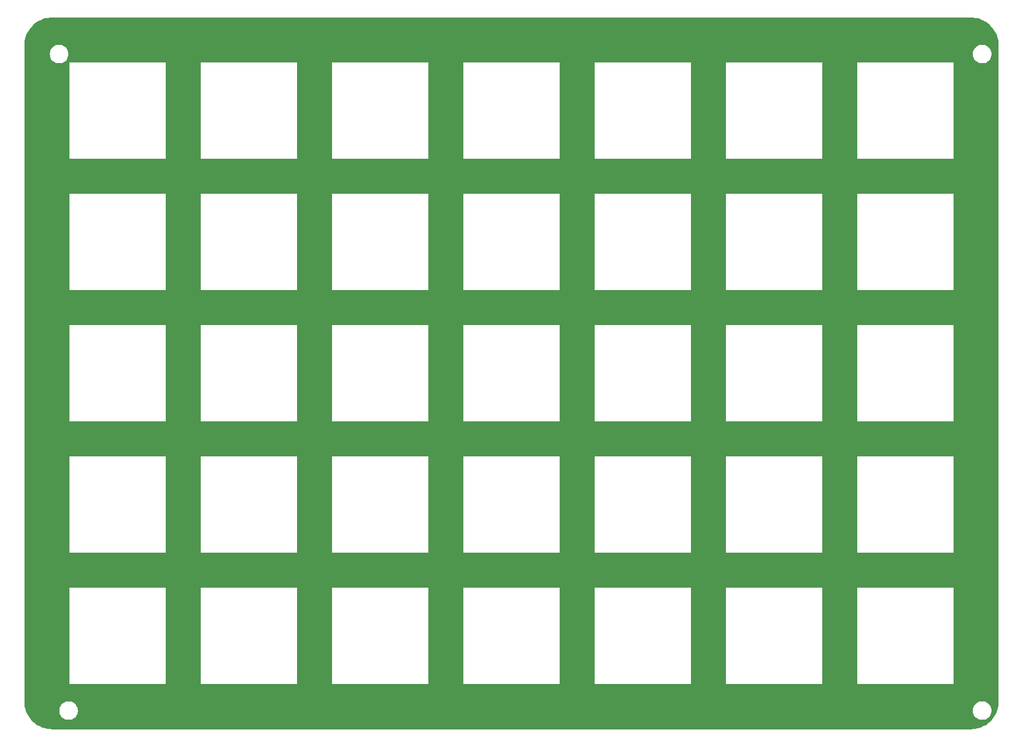
<source format=gbr>
%TF.GenerationSoftware,KiCad,Pcbnew,7.0.5*%
%TF.CreationDate,2023-07-21T14:16:54+03:00*%
%TF.ProjectId,MacroPadTopPlate,4d616372-6f50-4616-9454-6f70506c6174,rev?*%
%TF.SameCoordinates,Original*%
%TF.FileFunction,Copper,L1,Top*%
%TF.FilePolarity,Positive*%
%FSLAX46Y46*%
G04 Gerber Fmt 4.6, Leading zero omitted, Abs format (unit mm)*
G04 Created by KiCad (PCBNEW 7.0.5) date 2023-07-21 14:16:54*
%MOMM*%
%LPD*%
G01*
G04 APERTURE LIST*
G04 APERTURE END LIST*
%TA.AperFunction,NonConductor*%
G36*
X206553088Y-32310846D02*
G01*
X206690457Y-32316111D01*
X206862395Y-32322703D01*
X206867331Y-32323091D01*
X207173487Y-32359515D01*
X207178172Y-32360255D01*
X207392543Y-32402574D01*
X207482414Y-32420316D01*
X207487144Y-32421444D01*
X207785303Y-32505085D01*
X207790146Y-32506663D01*
X208078536Y-32613948D01*
X208078595Y-32613970D01*
X208082782Y-32615704D01*
X208364377Y-32744687D01*
X208368906Y-32746992D01*
X208600739Y-32877293D01*
X208638640Y-32898595D01*
X208642564Y-32900996D01*
X208900460Y-33072270D01*
X208904641Y-33075304D01*
X209047583Y-33188492D01*
X209145757Y-33266230D01*
X209149307Y-33269265D01*
X209377668Y-33479908D01*
X209381303Y-33483552D01*
X209510374Y-33624191D01*
X209590058Y-33711017D01*
X209592891Y-33714330D01*
X209784816Y-33955468D01*
X209788015Y-33959870D01*
X209959288Y-34218746D01*
X209961545Y-34222430D01*
X210114146Y-34492191D01*
X210116592Y-34496990D01*
X210244508Y-34777419D01*
X210246233Y-34781598D01*
X210353597Y-35071187D01*
X210355109Y-35075813D01*
X210439740Y-35373994D01*
X210440915Y-35378879D01*
X210500953Y-35682017D01*
X210501702Y-35686758D01*
X210538124Y-35993690D01*
X210538511Y-35998630D01*
X210550369Y-36308816D01*
X210550414Y-36311184D01*
X210550414Y-131558962D01*
X210550369Y-131561329D01*
X210538510Y-131871835D01*
X210538122Y-131876786D01*
X210501700Y-132183350D01*
X210500956Y-132188057D01*
X210440917Y-132491876D01*
X210439739Y-132496779D01*
X210355109Y-132795118D01*
X210353584Y-132799784D01*
X210246226Y-133088880D01*
X210244521Y-133093008D01*
X210116592Y-133373728D01*
X210114148Y-133378527D01*
X209961587Y-133648443D01*
X209959248Y-133652254D01*
X209787979Y-133909963D01*
X209784874Y-133914229D01*
X209592875Y-134155754D01*
X209590066Y-134159045D01*
X209381411Y-134386903D01*
X209377530Y-134390782D01*
X209149114Y-134599713D01*
X209145961Y-134602409D01*
X208904776Y-134795052D01*
X208900329Y-134798292D01*
X208642513Y-134969145D01*
X208638691Y-134971484D01*
X208368951Y-135123424D01*
X208364326Y-135125780D01*
X208082794Y-135254651D01*
X208078581Y-135256395D01*
X207899779Y-135322828D01*
X207790106Y-135363577D01*
X207785346Y-135365130D01*
X207487233Y-135449190D01*
X207482343Y-135450358D01*
X207178098Y-135510057D01*
X207173523Y-135510778D01*
X206930194Y-135539889D01*
X206867322Y-135547411D01*
X206862416Y-135547801D01*
X206553118Y-135560059D01*
X206550662Y-135560108D01*
X73201685Y-135560108D01*
X73199276Y-135560060D01*
X73035131Y-135553580D01*
X72888776Y-135547801D01*
X72883866Y-135547412D01*
X72577206Y-135510778D01*
X72572609Y-135510052D01*
X72268699Y-135450357D01*
X72263829Y-135449195D01*
X71965521Y-135365126D01*
X71960777Y-135363581D01*
X71671833Y-135256414D01*
X71667530Y-135254632D01*
X71386734Y-135125760D01*
X71382185Y-135123441D01*
X71112195Y-134971493D01*
X71108336Y-134969132D01*
X70850700Y-134798281D01*
X70846297Y-134795074D01*
X70812160Y-134767840D01*
X70604821Y-134602427D01*
X70601604Y-134599674D01*
X70373599Y-134390676D01*
X70369924Y-134387013D01*
X70187056Y-134188813D01*
X70159698Y-134159161D01*
X70156672Y-134155623D01*
X69965458Y-133914224D01*
X69962386Y-133909991D01*
X69962367Y-133909963D01*
X69791476Y-133652271D01*
X69789115Y-133648413D01*
X69637157Y-133378413D01*
X69634842Y-133373874D01*
X69505978Y-133093084D01*
X69504196Y-133088782D01*
X69417024Y-132853750D01*
X74260041Y-132853750D01*
X74280636Y-133089153D01*
X74280638Y-133089163D01*
X74341794Y-133317405D01*
X74341796Y-133317409D01*
X74341797Y-133317413D01*
X74369451Y-133376717D01*
X74441664Y-133531578D01*
X74441665Y-133531580D01*
X74577205Y-133725152D01*
X74744297Y-133892244D01*
X74937869Y-134027784D01*
X74937871Y-134027785D01*
X75152037Y-134127653D01*
X75380292Y-134188813D01*
X75556732Y-134204249D01*
X75556733Y-134204250D01*
X75556734Y-134204250D01*
X75674667Y-134204250D01*
X75674667Y-134204249D01*
X75851108Y-134188813D01*
X76079363Y-134127653D01*
X76293529Y-134027785D01*
X76487101Y-133892245D01*
X76654195Y-133725151D01*
X76789735Y-133531580D01*
X76889603Y-133317413D01*
X76950763Y-133089158D01*
X76971359Y-132853750D01*
X206816291Y-132853750D01*
X206836886Y-133089153D01*
X206836888Y-133089163D01*
X206898044Y-133317405D01*
X206898046Y-133317409D01*
X206898047Y-133317413D01*
X206925701Y-133376717D01*
X206997914Y-133531578D01*
X206997915Y-133531580D01*
X207133455Y-133725152D01*
X207300547Y-133892244D01*
X207494119Y-134027784D01*
X207494121Y-134027785D01*
X207708287Y-134127653D01*
X207936542Y-134188813D01*
X208112982Y-134204249D01*
X208112983Y-134204250D01*
X208112984Y-134204250D01*
X208230917Y-134204250D01*
X208230917Y-134204249D01*
X208407358Y-134188813D01*
X208635613Y-134127653D01*
X208849779Y-134027785D01*
X209043351Y-133892245D01*
X209210445Y-133725151D01*
X209345985Y-133531580D01*
X209445853Y-133317413D01*
X209507013Y-133089158D01*
X209527609Y-132853750D01*
X209507013Y-132618342D01*
X209445853Y-132390087D01*
X209345985Y-132175921D01*
X209345984Y-132175919D01*
X209210444Y-131982347D01*
X209043352Y-131815255D01*
X208849780Y-131679715D01*
X208849778Y-131679714D01*
X208742695Y-131629780D01*
X208635613Y-131579847D01*
X208635609Y-131579846D01*
X208635605Y-131579844D01*
X208407363Y-131518688D01*
X208407353Y-131518686D01*
X208230917Y-131503250D01*
X208230916Y-131503250D01*
X208112984Y-131503250D01*
X208112983Y-131503250D01*
X207936546Y-131518686D01*
X207936536Y-131518688D01*
X207708294Y-131579844D01*
X207708285Y-131579848D01*
X207494121Y-131679714D01*
X207494119Y-131679715D01*
X207300547Y-131815255D01*
X207133456Y-131982347D01*
X207133451Y-131982354D01*
X206997917Y-132175915D01*
X206997915Y-132175919D01*
X206898048Y-132390085D01*
X206898044Y-132390094D01*
X206836888Y-132618336D01*
X206836886Y-132618346D01*
X206816291Y-132853749D01*
X206816291Y-132853750D01*
X76971359Y-132853750D01*
X76950763Y-132618342D01*
X76889603Y-132390087D01*
X76789735Y-132175921D01*
X76789734Y-132175919D01*
X76654194Y-131982347D01*
X76487102Y-131815255D01*
X76293530Y-131679715D01*
X76293528Y-131679714D01*
X76186445Y-131629780D01*
X76079363Y-131579847D01*
X76079359Y-131579846D01*
X76079355Y-131579844D01*
X75851113Y-131518688D01*
X75851103Y-131518686D01*
X75674667Y-131503250D01*
X75674666Y-131503250D01*
X75556734Y-131503250D01*
X75556733Y-131503250D01*
X75380296Y-131518686D01*
X75380286Y-131518688D01*
X75152044Y-131579844D01*
X75152035Y-131579848D01*
X74937871Y-131679714D01*
X74937869Y-131679715D01*
X74744297Y-131815255D01*
X74577206Y-131982347D01*
X74577201Y-131982354D01*
X74441667Y-132175915D01*
X74441665Y-132175919D01*
X74341798Y-132390085D01*
X74341794Y-132390094D01*
X74280638Y-132618336D01*
X74280636Y-132618346D01*
X74260041Y-132853749D01*
X74260041Y-132853750D01*
X69417024Y-132853750D01*
X69397019Y-132799813D01*
X69395479Y-132795083D01*
X69311407Y-132496762D01*
X69310249Y-132491907D01*
X69250548Y-132187976D01*
X69249823Y-132183379D01*
X69248932Y-132175919D01*
X69213192Y-131876758D01*
X69212805Y-131871870D01*
X69200548Y-131561362D01*
X69200500Y-131558916D01*
X69200500Y-129011479D01*
X75724421Y-129011479D01*
X75724464Y-129035591D01*
X75724549Y-129035796D01*
X75724621Y-129035972D01*
X75724623Y-129035974D01*
X75724813Y-129036052D01*
X75725005Y-129036131D01*
X75725007Y-129036129D01*
X75749621Y-129036114D01*
X75749621Y-129036118D01*
X75749765Y-129036090D01*
X89701155Y-129036090D01*
X89701298Y-129036118D01*
X89701299Y-129036114D01*
X89725912Y-129036129D01*
X89725915Y-129036131D01*
X89726298Y-129035973D01*
X89726415Y-129035689D01*
X89726456Y-129035590D01*
X89726455Y-129035587D01*
X89726498Y-129011479D01*
X94774431Y-129011479D01*
X94774474Y-129035591D01*
X94774559Y-129035796D01*
X94774631Y-129035972D01*
X94774633Y-129035974D01*
X94774823Y-129036052D01*
X94775015Y-129036131D01*
X94775017Y-129036129D01*
X94799631Y-129036114D01*
X94799631Y-129036118D01*
X94799775Y-129036090D01*
X108751055Y-129036090D01*
X108751198Y-129036118D01*
X108751199Y-129036114D01*
X108775812Y-129036129D01*
X108775815Y-129036131D01*
X108776198Y-129035973D01*
X108776315Y-129035689D01*
X108776356Y-129035590D01*
X108776355Y-129035587D01*
X108776398Y-129011479D01*
X113824531Y-129011479D01*
X113824574Y-129035591D01*
X113824659Y-129035796D01*
X113824731Y-129035972D01*
X113824733Y-129035974D01*
X113824923Y-129036052D01*
X113825115Y-129036131D01*
X113825117Y-129036129D01*
X113849731Y-129036114D01*
X113849731Y-129036118D01*
X113849875Y-129036090D01*
X127801055Y-129036090D01*
X127801198Y-129036118D01*
X127801199Y-129036114D01*
X127825812Y-129036129D01*
X127825815Y-129036131D01*
X127826198Y-129035973D01*
X127826315Y-129035689D01*
X127826356Y-129035590D01*
X127826355Y-129035587D01*
X127826398Y-129011479D01*
X132874531Y-129011479D01*
X132874574Y-129035591D01*
X132874659Y-129035796D01*
X132874731Y-129035972D01*
X132874733Y-129035974D01*
X132874923Y-129036052D01*
X132875115Y-129036131D01*
X132875117Y-129036129D01*
X132899731Y-129036114D01*
X132899731Y-129036118D01*
X132899875Y-129036090D01*
X146851055Y-129036090D01*
X146851198Y-129036118D01*
X146851199Y-129036114D01*
X146875812Y-129036129D01*
X146875815Y-129036131D01*
X146876198Y-129035973D01*
X146876315Y-129035689D01*
X146876356Y-129035590D01*
X146876355Y-129035587D01*
X146876398Y-129011479D01*
X151924531Y-129011479D01*
X151924574Y-129035591D01*
X151924659Y-129035796D01*
X151924731Y-129035972D01*
X151924733Y-129035974D01*
X151924923Y-129036052D01*
X151925115Y-129036131D01*
X151925117Y-129036129D01*
X151949731Y-129036114D01*
X151949731Y-129036118D01*
X151949875Y-129036090D01*
X165901055Y-129036090D01*
X165901198Y-129036118D01*
X165901199Y-129036114D01*
X165925812Y-129036129D01*
X165925815Y-129036131D01*
X165926198Y-129035973D01*
X165926315Y-129035689D01*
X165926356Y-129035590D01*
X165926355Y-129035587D01*
X165926398Y-129011479D01*
X170974331Y-129011479D01*
X170974374Y-129035591D01*
X170974459Y-129035796D01*
X170974531Y-129035972D01*
X170974533Y-129035974D01*
X170974723Y-129036052D01*
X170974915Y-129036131D01*
X170974917Y-129036129D01*
X170999531Y-129036114D01*
X170999531Y-129036118D01*
X170999675Y-129036090D01*
X184950155Y-129036090D01*
X184950298Y-129036118D01*
X184950299Y-129036114D01*
X184974912Y-129036129D01*
X184974915Y-129036131D01*
X184975298Y-129035973D01*
X184975415Y-129035689D01*
X184975456Y-129035590D01*
X184975455Y-129035587D01*
X184975498Y-129011479D01*
X190024331Y-129011479D01*
X190024374Y-129035591D01*
X190024459Y-129035796D01*
X190024531Y-129035972D01*
X190024533Y-129035974D01*
X190024723Y-129036052D01*
X190024915Y-129036131D01*
X190024917Y-129036129D01*
X190049531Y-129036114D01*
X190049531Y-129036118D01*
X190049675Y-129036090D01*
X204001155Y-129036090D01*
X204001298Y-129036118D01*
X204001299Y-129036114D01*
X204025912Y-129036129D01*
X204025915Y-129036131D01*
X204026298Y-129035973D01*
X204026415Y-129035689D01*
X204026456Y-129035590D01*
X204026455Y-129035587D01*
X204026498Y-129011479D01*
X204026415Y-129011057D01*
X204026415Y-115059459D01*
X204026443Y-115059316D01*
X204026439Y-115059316D01*
X204026454Y-115034702D01*
X204026456Y-115034700D01*
X204026377Y-115034508D01*
X204026299Y-115034318D01*
X204026298Y-115034317D01*
X204026296Y-115034316D01*
X204026005Y-115034196D01*
X204025916Y-115034159D01*
X204001361Y-115034159D01*
X204001155Y-115034200D01*
X190049675Y-115034200D01*
X190049469Y-115034159D01*
X190024913Y-115034159D01*
X190024824Y-115034196D01*
X190024534Y-115034315D01*
X190024530Y-115034318D01*
X190024374Y-115034699D01*
X190024391Y-115059316D01*
X190024386Y-115059316D01*
X190024415Y-115059459D01*
X190024415Y-129011057D01*
X190024331Y-129011479D01*
X184975498Y-129011479D01*
X184975415Y-129011057D01*
X184975415Y-115059459D01*
X184975443Y-115059316D01*
X184975439Y-115059316D01*
X184975454Y-115034702D01*
X184975456Y-115034700D01*
X184975377Y-115034508D01*
X184975299Y-115034318D01*
X184975298Y-115034317D01*
X184975296Y-115034316D01*
X184975005Y-115034196D01*
X184974916Y-115034159D01*
X184950361Y-115034159D01*
X184950155Y-115034200D01*
X170999675Y-115034200D01*
X170999469Y-115034159D01*
X170974913Y-115034159D01*
X170974824Y-115034196D01*
X170974534Y-115034315D01*
X170974530Y-115034318D01*
X170974374Y-115034699D01*
X170974391Y-115059316D01*
X170974386Y-115059316D01*
X170974415Y-115059459D01*
X170974415Y-129011057D01*
X170974331Y-129011479D01*
X165926398Y-129011479D01*
X165926315Y-129011057D01*
X165926315Y-115059459D01*
X165926343Y-115059316D01*
X165926339Y-115059316D01*
X165926354Y-115034702D01*
X165926356Y-115034700D01*
X165926277Y-115034508D01*
X165926199Y-115034318D01*
X165926198Y-115034317D01*
X165926196Y-115034316D01*
X165925905Y-115034196D01*
X165925816Y-115034159D01*
X165901261Y-115034159D01*
X165901055Y-115034200D01*
X151949875Y-115034200D01*
X151949669Y-115034159D01*
X151925113Y-115034159D01*
X151925024Y-115034196D01*
X151924734Y-115034315D01*
X151924730Y-115034318D01*
X151924574Y-115034699D01*
X151924591Y-115059316D01*
X151924586Y-115059316D01*
X151924614Y-115059459D01*
X151924615Y-129011057D01*
X151924531Y-129011479D01*
X146876398Y-129011479D01*
X146876315Y-129011057D01*
X146876315Y-115059459D01*
X146876343Y-115059316D01*
X146876339Y-115059316D01*
X146876354Y-115034702D01*
X146876356Y-115034700D01*
X146876277Y-115034508D01*
X146876199Y-115034318D01*
X146876198Y-115034317D01*
X146876196Y-115034316D01*
X146875905Y-115034196D01*
X146875816Y-115034159D01*
X146851261Y-115034159D01*
X146851055Y-115034200D01*
X132899875Y-115034200D01*
X132899669Y-115034159D01*
X132875113Y-115034159D01*
X132875024Y-115034196D01*
X132874734Y-115034315D01*
X132874730Y-115034318D01*
X132874574Y-115034699D01*
X132874591Y-115059316D01*
X132874586Y-115059316D01*
X132874615Y-115059459D01*
X132874615Y-129011057D01*
X132874531Y-129011479D01*
X127826398Y-129011479D01*
X127826315Y-129011057D01*
X127826315Y-115059459D01*
X127826343Y-115059316D01*
X127826339Y-115059316D01*
X127826354Y-115034702D01*
X127826356Y-115034700D01*
X127826277Y-115034508D01*
X127826199Y-115034318D01*
X127826198Y-115034317D01*
X127826196Y-115034316D01*
X127825905Y-115034196D01*
X127825816Y-115034159D01*
X127801261Y-115034159D01*
X127801055Y-115034200D01*
X113849875Y-115034200D01*
X113849669Y-115034159D01*
X113825113Y-115034159D01*
X113825024Y-115034196D01*
X113824734Y-115034315D01*
X113824730Y-115034318D01*
X113824574Y-115034699D01*
X113824591Y-115059316D01*
X113824586Y-115059316D01*
X113824615Y-115059459D01*
X113824615Y-129011057D01*
X113824531Y-129011479D01*
X108776398Y-129011479D01*
X108776315Y-129011057D01*
X108776315Y-115059459D01*
X108776343Y-115059316D01*
X108776339Y-115059316D01*
X108776354Y-115034702D01*
X108776356Y-115034700D01*
X108776277Y-115034508D01*
X108776199Y-115034318D01*
X108776198Y-115034317D01*
X108776196Y-115034316D01*
X108775905Y-115034196D01*
X108775816Y-115034159D01*
X108751261Y-115034159D01*
X108751055Y-115034200D01*
X94799775Y-115034200D01*
X94799569Y-115034159D01*
X94775013Y-115034159D01*
X94774924Y-115034196D01*
X94774634Y-115034315D01*
X94774630Y-115034318D01*
X94774474Y-115034699D01*
X94774491Y-115059316D01*
X94774486Y-115059316D01*
X94774515Y-115059459D01*
X94774515Y-129011057D01*
X94774431Y-129011479D01*
X89726498Y-129011479D01*
X89726415Y-129011057D01*
X89726415Y-115059459D01*
X89726443Y-115059316D01*
X89726439Y-115059316D01*
X89726454Y-115034702D01*
X89726456Y-115034700D01*
X89726377Y-115034508D01*
X89726299Y-115034318D01*
X89726298Y-115034317D01*
X89726296Y-115034316D01*
X89726005Y-115034196D01*
X89725916Y-115034159D01*
X89701361Y-115034159D01*
X89701155Y-115034200D01*
X75749765Y-115034200D01*
X75749559Y-115034159D01*
X75725003Y-115034159D01*
X75724914Y-115034196D01*
X75724624Y-115034315D01*
X75724620Y-115034318D01*
X75724464Y-115034699D01*
X75724481Y-115059316D01*
X75724476Y-115059316D01*
X75724505Y-115059459D01*
X75724505Y-129011057D01*
X75724421Y-129011479D01*
X69200500Y-129011479D01*
X69200500Y-109961489D01*
X75724421Y-109961489D01*
X75724464Y-109985601D01*
X75724549Y-109985806D01*
X75724621Y-109985982D01*
X75724623Y-109985984D01*
X75724813Y-109986062D01*
X75725005Y-109986141D01*
X75725007Y-109986139D01*
X75749621Y-109986124D01*
X75749621Y-109986128D01*
X75749765Y-109986100D01*
X89701155Y-109986100D01*
X89701298Y-109986128D01*
X89701299Y-109986124D01*
X89725912Y-109986139D01*
X89725915Y-109986141D01*
X89726298Y-109985983D01*
X89726415Y-109985699D01*
X89726456Y-109985600D01*
X89726455Y-109985597D01*
X89726498Y-109961490D01*
X89726498Y-109961489D01*
X94774431Y-109961489D01*
X94774474Y-109985601D01*
X94774559Y-109985806D01*
X94774631Y-109985982D01*
X94774633Y-109985984D01*
X94774823Y-109986062D01*
X94775015Y-109986141D01*
X94775017Y-109986139D01*
X94799631Y-109986124D01*
X94799631Y-109986128D01*
X94799775Y-109986100D01*
X108751055Y-109986100D01*
X108751198Y-109986128D01*
X108751199Y-109986124D01*
X108775812Y-109986139D01*
X108775815Y-109986141D01*
X108776198Y-109985983D01*
X108776315Y-109985699D01*
X108776356Y-109985600D01*
X108776355Y-109985597D01*
X108776398Y-109961489D01*
X113824531Y-109961489D01*
X113824574Y-109985601D01*
X113824659Y-109985806D01*
X113824731Y-109985982D01*
X113824733Y-109985984D01*
X113824923Y-109986062D01*
X113825115Y-109986141D01*
X113825117Y-109986139D01*
X113849731Y-109986124D01*
X113849731Y-109986128D01*
X113849875Y-109986100D01*
X127801055Y-109986100D01*
X127801198Y-109986128D01*
X127801199Y-109986124D01*
X127825812Y-109986139D01*
X127825815Y-109986141D01*
X127826198Y-109985983D01*
X127826315Y-109985699D01*
X127826356Y-109985600D01*
X127826355Y-109985597D01*
X127826398Y-109961489D01*
X132874531Y-109961489D01*
X132874574Y-109985601D01*
X132874659Y-109985806D01*
X132874731Y-109985982D01*
X132874733Y-109985984D01*
X132874923Y-109986062D01*
X132875115Y-109986141D01*
X132875117Y-109986139D01*
X132899731Y-109986124D01*
X132899731Y-109986128D01*
X132899875Y-109986100D01*
X146851055Y-109986100D01*
X146851198Y-109986128D01*
X146851199Y-109986124D01*
X146875812Y-109986139D01*
X146875815Y-109986141D01*
X146876198Y-109985983D01*
X146876315Y-109985699D01*
X146876356Y-109985600D01*
X146876355Y-109985597D01*
X146876398Y-109961489D01*
X151924531Y-109961489D01*
X151924574Y-109985601D01*
X151924659Y-109985806D01*
X151924731Y-109985982D01*
X151924733Y-109985984D01*
X151924923Y-109986062D01*
X151925115Y-109986141D01*
X151925117Y-109986139D01*
X151949731Y-109986124D01*
X151949731Y-109986128D01*
X151949875Y-109986100D01*
X165901055Y-109986100D01*
X165901198Y-109986128D01*
X165901199Y-109986124D01*
X165925812Y-109986139D01*
X165925815Y-109986141D01*
X165926198Y-109985983D01*
X165926315Y-109985699D01*
X165926356Y-109985600D01*
X165926355Y-109985597D01*
X165926398Y-109961489D01*
X170974331Y-109961489D01*
X170974374Y-109985601D01*
X170974459Y-109985806D01*
X170974531Y-109985982D01*
X170974533Y-109985984D01*
X170974723Y-109986062D01*
X170974915Y-109986141D01*
X170974917Y-109986139D01*
X170999531Y-109986124D01*
X170999531Y-109986128D01*
X170999675Y-109986100D01*
X184950155Y-109986100D01*
X184950298Y-109986128D01*
X184950299Y-109986124D01*
X184974912Y-109986139D01*
X184974915Y-109986141D01*
X184975298Y-109985983D01*
X184975415Y-109985699D01*
X184975456Y-109985600D01*
X184975455Y-109985597D01*
X184975498Y-109961489D01*
X190024331Y-109961489D01*
X190024374Y-109985601D01*
X190024459Y-109985806D01*
X190024531Y-109985982D01*
X190024533Y-109985984D01*
X190024723Y-109986062D01*
X190024915Y-109986141D01*
X190024917Y-109986139D01*
X190049531Y-109986124D01*
X190049531Y-109986128D01*
X190049675Y-109986100D01*
X204001155Y-109986100D01*
X204001298Y-109986128D01*
X204001299Y-109986124D01*
X204025912Y-109986139D01*
X204025915Y-109986141D01*
X204026298Y-109985983D01*
X204026415Y-109985699D01*
X204026456Y-109985600D01*
X204026455Y-109985597D01*
X204026498Y-109961489D01*
X204026415Y-109961067D01*
X204026415Y-96009659D01*
X204026443Y-96009516D01*
X204026439Y-96009516D01*
X204026454Y-95984902D01*
X204026456Y-95984900D01*
X204026377Y-95984708D01*
X204026299Y-95984518D01*
X204026298Y-95984517D01*
X204026296Y-95984516D01*
X204026005Y-95984396D01*
X204025916Y-95984359D01*
X204001361Y-95984359D01*
X204001155Y-95984400D01*
X190049675Y-95984400D01*
X190049469Y-95984359D01*
X190024913Y-95984359D01*
X190024824Y-95984396D01*
X190024534Y-95984515D01*
X190024530Y-95984518D01*
X190024374Y-95984899D01*
X190024391Y-96009516D01*
X190024386Y-96009516D01*
X190024415Y-96009659D01*
X190024415Y-109961067D01*
X190024331Y-109961489D01*
X184975498Y-109961489D01*
X184975415Y-109961067D01*
X184975415Y-96009659D01*
X184975443Y-96009516D01*
X184975439Y-96009516D01*
X184975454Y-95984902D01*
X184975456Y-95984900D01*
X184975377Y-95984708D01*
X184975299Y-95984518D01*
X184975298Y-95984517D01*
X184975296Y-95984516D01*
X184975005Y-95984396D01*
X184974916Y-95984359D01*
X184950361Y-95984359D01*
X184950155Y-95984400D01*
X170999675Y-95984400D01*
X170999469Y-95984359D01*
X170974913Y-95984359D01*
X170974824Y-95984396D01*
X170974534Y-95984515D01*
X170974530Y-95984518D01*
X170974374Y-95984899D01*
X170974391Y-96009516D01*
X170974386Y-96009516D01*
X170974415Y-96009659D01*
X170974415Y-109961067D01*
X170974331Y-109961489D01*
X165926398Y-109961489D01*
X165926315Y-109961067D01*
X165926315Y-96009659D01*
X165926343Y-96009516D01*
X165926339Y-96009516D01*
X165926354Y-95984902D01*
X165926356Y-95984900D01*
X165926277Y-95984708D01*
X165926199Y-95984518D01*
X165926198Y-95984517D01*
X165926196Y-95984516D01*
X165925905Y-95984396D01*
X165925816Y-95984359D01*
X165901261Y-95984359D01*
X165901055Y-95984400D01*
X151949875Y-95984400D01*
X151949669Y-95984359D01*
X151925113Y-95984359D01*
X151925024Y-95984396D01*
X151924734Y-95984515D01*
X151924730Y-95984518D01*
X151924574Y-95984899D01*
X151924591Y-96009516D01*
X151924586Y-96009516D01*
X151924615Y-96009659D01*
X151924615Y-109961067D01*
X151924531Y-109961489D01*
X146876398Y-109961489D01*
X146876315Y-109961067D01*
X146876315Y-96009659D01*
X146876343Y-96009516D01*
X146876339Y-96009516D01*
X146876354Y-95984902D01*
X146876356Y-95984900D01*
X146876277Y-95984708D01*
X146876199Y-95984518D01*
X146876198Y-95984517D01*
X146876196Y-95984516D01*
X146875905Y-95984396D01*
X146875816Y-95984359D01*
X146851261Y-95984359D01*
X146851055Y-95984400D01*
X132899875Y-95984400D01*
X132899669Y-95984359D01*
X132875113Y-95984359D01*
X132875024Y-95984396D01*
X132874734Y-95984515D01*
X132874730Y-95984518D01*
X132874574Y-95984899D01*
X132874591Y-96009516D01*
X132874586Y-96009516D01*
X132874615Y-96009659D01*
X132874615Y-109961067D01*
X132874531Y-109961489D01*
X127826398Y-109961489D01*
X127826315Y-109961067D01*
X127826315Y-96009659D01*
X127826343Y-96009516D01*
X127826339Y-96009516D01*
X127826354Y-95984902D01*
X127826356Y-95984900D01*
X127826277Y-95984708D01*
X127826199Y-95984518D01*
X127826198Y-95984517D01*
X127826196Y-95984516D01*
X127825905Y-95984396D01*
X127825816Y-95984359D01*
X127801261Y-95984359D01*
X127801055Y-95984400D01*
X113849875Y-95984400D01*
X113849669Y-95984359D01*
X113825113Y-95984359D01*
X113825024Y-95984396D01*
X113824734Y-95984515D01*
X113824730Y-95984518D01*
X113824574Y-95984899D01*
X113824591Y-96009516D01*
X113824586Y-96009516D01*
X113824615Y-96009659D01*
X113824615Y-109961067D01*
X113824531Y-109961489D01*
X108776398Y-109961489D01*
X108776315Y-109961067D01*
X108776315Y-96009659D01*
X108776343Y-96009516D01*
X108776339Y-96009516D01*
X108776354Y-95984902D01*
X108776356Y-95984900D01*
X108776277Y-95984708D01*
X108776199Y-95984518D01*
X108776198Y-95984517D01*
X108776196Y-95984516D01*
X108775905Y-95984396D01*
X108775816Y-95984359D01*
X108751261Y-95984359D01*
X108751055Y-95984400D01*
X94799775Y-95984400D01*
X94799569Y-95984359D01*
X94775013Y-95984359D01*
X94774924Y-95984396D01*
X94774634Y-95984515D01*
X94774630Y-95984518D01*
X94774474Y-95984899D01*
X94774491Y-96009516D01*
X94774486Y-96009516D01*
X94774515Y-96009659D01*
X94774515Y-109961067D01*
X94774431Y-109961489D01*
X89726498Y-109961489D01*
X89726415Y-109961072D01*
X89726415Y-96009658D01*
X89726443Y-96009516D01*
X89726439Y-96009516D01*
X89726454Y-95984902D01*
X89726456Y-95984900D01*
X89726377Y-95984708D01*
X89726299Y-95984518D01*
X89726298Y-95984517D01*
X89726296Y-95984516D01*
X89726005Y-95984396D01*
X89725916Y-95984359D01*
X89701361Y-95984359D01*
X89701155Y-95984400D01*
X75749765Y-95984400D01*
X75749559Y-95984359D01*
X75725003Y-95984359D01*
X75724914Y-95984396D01*
X75724624Y-95984515D01*
X75724620Y-95984518D01*
X75724464Y-95984899D01*
X75724481Y-96009516D01*
X75724476Y-96009516D01*
X75724505Y-96009659D01*
X75724505Y-109961067D01*
X75724421Y-109961489D01*
X69200500Y-109961489D01*
X69200500Y-90911489D01*
X75724421Y-90911489D01*
X75724464Y-90935601D01*
X75724549Y-90935806D01*
X75724621Y-90935982D01*
X75724623Y-90935984D01*
X75724813Y-90936062D01*
X75725005Y-90936141D01*
X75725007Y-90936139D01*
X75749621Y-90936124D01*
X75749621Y-90936128D01*
X75749765Y-90936100D01*
X89701155Y-90936100D01*
X89701298Y-90936128D01*
X89701299Y-90936124D01*
X89725912Y-90936139D01*
X89725915Y-90936141D01*
X89726298Y-90935983D01*
X89726415Y-90935699D01*
X89726456Y-90935600D01*
X89726455Y-90935597D01*
X89726498Y-90911490D01*
X89726498Y-90911489D01*
X94774431Y-90911489D01*
X94774474Y-90935601D01*
X94774559Y-90935806D01*
X94774631Y-90935982D01*
X94774633Y-90935984D01*
X94774823Y-90936062D01*
X94775015Y-90936141D01*
X94775017Y-90936139D01*
X94799631Y-90936124D01*
X94799631Y-90936128D01*
X94799775Y-90936100D01*
X108751055Y-90936100D01*
X108751198Y-90936128D01*
X108751199Y-90936124D01*
X108775812Y-90936139D01*
X108775815Y-90936141D01*
X108776198Y-90935983D01*
X108776315Y-90935699D01*
X108776356Y-90935600D01*
X108776355Y-90935597D01*
X108776398Y-90911489D01*
X113824531Y-90911489D01*
X113824574Y-90935601D01*
X113824659Y-90935806D01*
X113824731Y-90935982D01*
X113824733Y-90935984D01*
X113824923Y-90936062D01*
X113825115Y-90936141D01*
X113825117Y-90936139D01*
X113849731Y-90936124D01*
X113849731Y-90936128D01*
X113849875Y-90936100D01*
X127801055Y-90936100D01*
X127801198Y-90936128D01*
X127801199Y-90936124D01*
X127825812Y-90936139D01*
X127825815Y-90936141D01*
X127826198Y-90935983D01*
X127826315Y-90935699D01*
X127826356Y-90935600D01*
X127826355Y-90935597D01*
X127826398Y-90911489D01*
X132874531Y-90911489D01*
X132874574Y-90935601D01*
X132874659Y-90935806D01*
X132874731Y-90935982D01*
X132874733Y-90935984D01*
X132874923Y-90936062D01*
X132875115Y-90936141D01*
X132875117Y-90936139D01*
X132899731Y-90936124D01*
X132899731Y-90936128D01*
X132899875Y-90936100D01*
X146851055Y-90936100D01*
X146851198Y-90936128D01*
X146851199Y-90936124D01*
X146875812Y-90936139D01*
X146875815Y-90936141D01*
X146876198Y-90935983D01*
X146876315Y-90935699D01*
X146876356Y-90935600D01*
X146876355Y-90935597D01*
X146876398Y-90911489D01*
X151924531Y-90911489D01*
X151924574Y-90935601D01*
X151924659Y-90935806D01*
X151924731Y-90935982D01*
X151924733Y-90935984D01*
X151924923Y-90936062D01*
X151925115Y-90936141D01*
X151925117Y-90936139D01*
X151949731Y-90936124D01*
X151949731Y-90936128D01*
X151949875Y-90936100D01*
X165901055Y-90936100D01*
X165901198Y-90936128D01*
X165901199Y-90936124D01*
X165925812Y-90936139D01*
X165925815Y-90936141D01*
X165926198Y-90935983D01*
X165926315Y-90935699D01*
X165926356Y-90935600D01*
X165926355Y-90935597D01*
X165926398Y-90911489D01*
X170974331Y-90911489D01*
X170974374Y-90935601D01*
X170974459Y-90935806D01*
X170974531Y-90935982D01*
X170974533Y-90935984D01*
X170974723Y-90936062D01*
X170974915Y-90936141D01*
X170974917Y-90936139D01*
X170999531Y-90936124D01*
X170999531Y-90936128D01*
X170999675Y-90936100D01*
X184950155Y-90936100D01*
X184950298Y-90936128D01*
X184950299Y-90936124D01*
X184974912Y-90936139D01*
X184974915Y-90936141D01*
X184975298Y-90935983D01*
X184975415Y-90935699D01*
X184975456Y-90935600D01*
X184975455Y-90935597D01*
X184975498Y-90911489D01*
X190024331Y-90911489D01*
X190024374Y-90935601D01*
X190024459Y-90935806D01*
X190024531Y-90935982D01*
X190024533Y-90935984D01*
X190024723Y-90936062D01*
X190024915Y-90936141D01*
X190024917Y-90936139D01*
X190049531Y-90936124D01*
X190049531Y-90936128D01*
X190049675Y-90936100D01*
X204001155Y-90936100D01*
X204001298Y-90936128D01*
X204001299Y-90936124D01*
X204025912Y-90936139D01*
X204025915Y-90936141D01*
X204026298Y-90935983D01*
X204026415Y-90935699D01*
X204026456Y-90935600D01*
X204026455Y-90935597D01*
X204026498Y-90911489D01*
X204026415Y-90911067D01*
X204026415Y-76959659D01*
X204026443Y-76959516D01*
X204026439Y-76959516D01*
X204026454Y-76934902D01*
X204026456Y-76934900D01*
X204026377Y-76934708D01*
X204026299Y-76934518D01*
X204026298Y-76934517D01*
X204026296Y-76934516D01*
X204026005Y-76934396D01*
X204025916Y-76934359D01*
X204001361Y-76934359D01*
X204001155Y-76934400D01*
X190049675Y-76934400D01*
X190049469Y-76934359D01*
X190024913Y-76934359D01*
X190024824Y-76934396D01*
X190024534Y-76934515D01*
X190024530Y-76934518D01*
X190024374Y-76934899D01*
X190024391Y-76959516D01*
X190024386Y-76959516D01*
X190024415Y-76959659D01*
X190024415Y-90911067D01*
X190024331Y-90911489D01*
X184975498Y-90911489D01*
X184975415Y-90911067D01*
X184975415Y-76959659D01*
X184975443Y-76959516D01*
X184975439Y-76959516D01*
X184975454Y-76934902D01*
X184975456Y-76934900D01*
X184975377Y-76934708D01*
X184975299Y-76934518D01*
X184975298Y-76934517D01*
X184975296Y-76934516D01*
X184975005Y-76934396D01*
X184974916Y-76934359D01*
X184950361Y-76934359D01*
X184950155Y-76934400D01*
X170999675Y-76934400D01*
X170999469Y-76934359D01*
X170974913Y-76934359D01*
X170974824Y-76934396D01*
X170974534Y-76934515D01*
X170974530Y-76934518D01*
X170974374Y-76934899D01*
X170974391Y-76959516D01*
X170974386Y-76959516D01*
X170974415Y-76959659D01*
X170974415Y-90911067D01*
X170974331Y-90911489D01*
X165926398Y-90911489D01*
X165926315Y-90911067D01*
X165926315Y-76959659D01*
X165926343Y-76959516D01*
X165926339Y-76959516D01*
X165926354Y-76934902D01*
X165926356Y-76934900D01*
X165926277Y-76934708D01*
X165926199Y-76934518D01*
X165926198Y-76934517D01*
X165926196Y-76934516D01*
X165925905Y-76934396D01*
X165925816Y-76934359D01*
X165901261Y-76934359D01*
X165901055Y-76934400D01*
X151949875Y-76934400D01*
X151949669Y-76934359D01*
X151925113Y-76934359D01*
X151925024Y-76934396D01*
X151924734Y-76934515D01*
X151924730Y-76934518D01*
X151924574Y-76934899D01*
X151924591Y-76959516D01*
X151924586Y-76959516D01*
X151924615Y-76959659D01*
X151924615Y-90911067D01*
X151924531Y-90911489D01*
X146876398Y-90911489D01*
X146876315Y-90911067D01*
X146876315Y-76959659D01*
X146876343Y-76959516D01*
X146876339Y-76959516D01*
X146876354Y-76934902D01*
X146876356Y-76934900D01*
X146876277Y-76934708D01*
X146876199Y-76934518D01*
X146876198Y-76934517D01*
X146876196Y-76934516D01*
X146875905Y-76934396D01*
X146875816Y-76934359D01*
X146851261Y-76934359D01*
X146851055Y-76934400D01*
X132899875Y-76934400D01*
X132899669Y-76934359D01*
X132875113Y-76934359D01*
X132875024Y-76934396D01*
X132874734Y-76934515D01*
X132874730Y-76934518D01*
X132874574Y-76934899D01*
X132874591Y-76959516D01*
X132874586Y-76959516D01*
X132874615Y-76959659D01*
X132874615Y-90911067D01*
X132874531Y-90911489D01*
X127826398Y-90911489D01*
X127826315Y-90911067D01*
X127826315Y-76959659D01*
X127826343Y-76959516D01*
X127826339Y-76959516D01*
X127826354Y-76934902D01*
X127826356Y-76934900D01*
X127826277Y-76934708D01*
X127826199Y-76934518D01*
X127826198Y-76934517D01*
X127826196Y-76934516D01*
X127825905Y-76934396D01*
X127825816Y-76934359D01*
X127801261Y-76934359D01*
X127801055Y-76934400D01*
X113849875Y-76934400D01*
X113849669Y-76934359D01*
X113825113Y-76934359D01*
X113825024Y-76934396D01*
X113824734Y-76934515D01*
X113824730Y-76934518D01*
X113824574Y-76934899D01*
X113824591Y-76959516D01*
X113824586Y-76959516D01*
X113824615Y-76959659D01*
X113824615Y-90911067D01*
X113824531Y-90911489D01*
X108776398Y-90911489D01*
X108776315Y-90911067D01*
X108776315Y-76959659D01*
X108776343Y-76959516D01*
X108776339Y-76959516D01*
X108776354Y-76934902D01*
X108776356Y-76934900D01*
X108776277Y-76934708D01*
X108776199Y-76934518D01*
X108776198Y-76934517D01*
X108776196Y-76934516D01*
X108775905Y-76934396D01*
X108775816Y-76934359D01*
X108751261Y-76934359D01*
X108751055Y-76934400D01*
X94799775Y-76934400D01*
X94799569Y-76934359D01*
X94775013Y-76934359D01*
X94774924Y-76934396D01*
X94774634Y-76934515D01*
X94774630Y-76934518D01*
X94774474Y-76934899D01*
X94774491Y-76959516D01*
X94774486Y-76959516D01*
X94774515Y-76959659D01*
X94774515Y-90911067D01*
X94774431Y-90911489D01*
X89726498Y-90911489D01*
X89726415Y-90911072D01*
X89726415Y-76959658D01*
X89726443Y-76959516D01*
X89726439Y-76959516D01*
X89726454Y-76934902D01*
X89726456Y-76934900D01*
X89726377Y-76934708D01*
X89726299Y-76934518D01*
X89726298Y-76934517D01*
X89726296Y-76934516D01*
X89726005Y-76934396D01*
X89725916Y-76934359D01*
X89701361Y-76934359D01*
X89701155Y-76934400D01*
X75749765Y-76934400D01*
X75749559Y-76934359D01*
X75725003Y-76934359D01*
X75724914Y-76934396D01*
X75724624Y-76934515D01*
X75724620Y-76934518D01*
X75724464Y-76934899D01*
X75724481Y-76959516D01*
X75724476Y-76959516D01*
X75724505Y-76959659D01*
X75724505Y-90911067D01*
X75724421Y-90911489D01*
X69200500Y-90911489D01*
X69200500Y-71861489D01*
X75724421Y-71861489D01*
X75724464Y-71885601D01*
X75724549Y-71885806D01*
X75724621Y-71885982D01*
X75724623Y-71885984D01*
X75724813Y-71886062D01*
X75725005Y-71886141D01*
X75725007Y-71886139D01*
X75749621Y-71886124D01*
X75749621Y-71886128D01*
X75749765Y-71886100D01*
X89701155Y-71886100D01*
X89701298Y-71886128D01*
X89701299Y-71886124D01*
X89725912Y-71886139D01*
X89725915Y-71886141D01*
X89726298Y-71885983D01*
X89726415Y-71885699D01*
X89726456Y-71885600D01*
X89726455Y-71885597D01*
X89726498Y-71861490D01*
X89726498Y-71861489D01*
X94774431Y-71861489D01*
X94774474Y-71885601D01*
X94774559Y-71885806D01*
X94774631Y-71885982D01*
X94774633Y-71885984D01*
X94774823Y-71886062D01*
X94775015Y-71886141D01*
X94775017Y-71886139D01*
X94799631Y-71886124D01*
X94799631Y-71886128D01*
X94799775Y-71886100D01*
X108751055Y-71886100D01*
X108751198Y-71886128D01*
X108751199Y-71886124D01*
X108775812Y-71886139D01*
X108775815Y-71886141D01*
X108776198Y-71885983D01*
X108776315Y-71885699D01*
X108776356Y-71885600D01*
X108776355Y-71885597D01*
X108776398Y-71861489D01*
X113824531Y-71861489D01*
X113824574Y-71885601D01*
X113824659Y-71885806D01*
X113824731Y-71885982D01*
X113824733Y-71885984D01*
X113824923Y-71886062D01*
X113825115Y-71886141D01*
X113825117Y-71886139D01*
X113849731Y-71886124D01*
X113849731Y-71886128D01*
X113849875Y-71886100D01*
X127801055Y-71886100D01*
X127801198Y-71886128D01*
X127801199Y-71886124D01*
X127825812Y-71886139D01*
X127825815Y-71886141D01*
X127826198Y-71885983D01*
X127826315Y-71885699D01*
X127826356Y-71885600D01*
X127826355Y-71885597D01*
X127826398Y-71861489D01*
X132874531Y-71861489D01*
X132874574Y-71885601D01*
X132874659Y-71885806D01*
X132874731Y-71885982D01*
X132874733Y-71885984D01*
X132874923Y-71886062D01*
X132875115Y-71886141D01*
X132875117Y-71886139D01*
X132899731Y-71886124D01*
X132899731Y-71886128D01*
X132899875Y-71886100D01*
X146851055Y-71886100D01*
X146851198Y-71886128D01*
X146851199Y-71886124D01*
X146875812Y-71886139D01*
X146875815Y-71886141D01*
X146876198Y-71885983D01*
X146876315Y-71885699D01*
X146876356Y-71885600D01*
X146876355Y-71885597D01*
X146876398Y-71861489D01*
X151924531Y-71861489D01*
X151924574Y-71885601D01*
X151924659Y-71885806D01*
X151924731Y-71885982D01*
X151924733Y-71885984D01*
X151924923Y-71886062D01*
X151925115Y-71886141D01*
X151925117Y-71886139D01*
X151949731Y-71886124D01*
X151949731Y-71886128D01*
X151949875Y-71886100D01*
X165901055Y-71886100D01*
X165901198Y-71886128D01*
X165901199Y-71886124D01*
X165925812Y-71886139D01*
X165925815Y-71886141D01*
X165926198Y-71885983D01*
X165926315Y-71885699D01*
X165926356Y-71885600D01*
X165926355Y-71885597D01*
X165926398Y-71861489D01*
X170974331Y-71861489D01*
X170974374Y-71885601D01*
X170974459Y-71885806D01*
X170974531Y-71885982D01*
X170974533Y-71885984D01*
X170974723Y-71886062D01*
X170974915Y-71886141D01*
X170974917Y-71886139D01*
X170999531Y-71886124D01*
X170999531Y-71886128D01*
X170999675Y-71886100D01*
X184950155Y-71886100D01*
X184950298Y-71886128D01*
X184950299Y-71886124D01*
X184974912Y-71886139D01*
X184974915Y-71886141D01*
X184975298Y-71885983D01*
X184975415Y-71885699D01*
X184975456Y-71885600D01*
X184975455Y-71885597D01*
X184975498Y-71861489D01*
X190024331Y-71861489D01*
X190024374Y-71885601D01*
X190024459Y-71885806D01*
X190024531Y-71885982D01*
X190024533Y-71885984D01*
X190024723Y-71886062D01*
X190024915Y-71886141D01*
X190024917Y-71886139D01*
X190049531Y-71886124D01*
X190049531Y-71886128D01*
X190049675Y-71886100D01*
X204001155Y-71886100D01*
X204001298Y-71886128D01*
X204001299Y-71886124D01*
X204025912Y-71886139D01*
X204025915Y-71886141D01*
X204026298Y-71885983D01*
X204026415Y-71885699D01*
X204026456Y-71885600D01*
X204026455Y-71885597D01*
X204026498Y-71861489D01*
X204026415Y-71861067D01*
X204026415Y-57909659D01*
X204026443Y-57909516D01*
X204026439Y-57909516D01*
X204026454Y-57884902D01*
X204026456Y-57884900D01*
X204026377Y-57884708D01*
X204026299Y-57884518D01*
X204026298Y-57884517D01*
X204026296Y-57884516D01*
X204026005Y-57884396D01*
X204025916Y-57884359D01*
X204001361Y-57884359D01*
X204001155Y-57884400D01*
X190049675Y-57884400D01*
X190049469Y-57884359D01*
X190024913Y-57884359D01*
X190024824Y-57884396D01*
X190024534Y-57884515D01*
X190024530Y-57884518D01*
X190024374Y-57884899D01*
X190024391Y-57909516D01*
X190024386Y-57909516D01*
X190024415Y-57909659D01*
X190024415Y-71861067D01*
X190024331Y-71861489D01*
X184975498Y-71861489D01*
X184975415Y-71861067D01*
X184975415Y-57909659D01*
X184975443Y-57909516D01*
X184975439Y-57909516D01*
X184975454Y-57884902D01*
X184975456Y-57884900D01*
X184975377Y-57884708D01*
X184975299Y-57884518D01*
X184975298Y-57884517D01*
X184975296Y-57884516D01*
X184975005Y-57884396D01*
X184974916Y-57884359D01*
X184950361Y-57884359D01*
X184950155Y-57884400D01*
X170999675Y-57884400D01*
X170999469Y-57884359D01*
X170974913Y-57884359D01*
X170974824Y-57884396D01*
X170974534Y-57884515D01*
X170974530Y-57884518D01*
X170974374Y-57884899D01*
X170974391Y-57909516D01*
X170974386Y-57909516D01*
X170974415Y-57909659D01*
X170974415Y-71861067D01*
X170974331Y-71861489D01*
X165926398Y-71861489D01*
X165926315Y-71861067D01*
X165926315Y-57909659D01*
X165926343Y-57909516D01*
X165926339Y-57909516D01*
X165926354Y-57884902D01*
X165926356Y-57884900D01*
X165926277Y-57884708D01*
X165926199Y-57884518D01*
X165926198Y-57884517D01*
X165926196Y-57884516D01*
X165925905Y-57884396D01*
X165925816Y-57884359D01*
X165901261Y-57884359D01*
X165901055Y-57884400D01*
X151949875Y-57884400D01*
X151949669Y-57884359D01*
X151925113Y-57884359D01*
X151925024Y-57884396D01*
X151924734Y-57884515D01*
X151924730Y-57884518D01*
X151924574Y-57884899D01*
X151924591Y-57909516D01*
X151924586Y-57909516D01*
X151924615Y-57909659D01*
X151924615Y-71861067D01*
X151924531Y-71861489D01*
X146876398Y-71861489D01*
X146876315Y-71861067D01*
X146876315Y-57909659D01*
X146876343Y-57909516D01*
X146876339Y-57909516D01*
X146876354Y-57884902D01*
X146876356Y-57884900D01*
X146876277Y-57884708D01*
X146876199Y-57884518D01*
X146876198Y-57884517D01*
X146876196Y-57884516D01*
X146875905Y-57884396D01*
X146875816Y-57884359D01*
X146851261Y-57884359D01*
X146851055Y-57884400D01*
X132899875Y-57884400D01*
X132899669Y-57884359D01*
X132875113Y-57884359D01*
X132875024Y-57884396D01*
X132874734Y-57884515D01*
X132874730Y-57884518D01*
X132874574Y-57884899D01*
X132874591Y-57909516D01*
X132874586Y-57909516D01*
X132874615Y-57909659D01*
X132874615Y-71861067D01*
X132874531Y-71861489D01*
X127826398Y-71861489D01*
X127826315Y-71861067D01*
X127826315Y-57909659D01*
X127826343Y-57909516D01*
X127826339Y-57909516D01*
X127826354Y-57884902D01*
X127826356Y-57884900D01*
X127826277Y-57884708D01*
X127826199Y-57884518D01*
X127826198Y-57884517D01*
X127826196Y-57884516D01*
X127825905Y-57884396D01*
X127825816Y-57884359D01*
X127801261Y-57884359D01*
X127801055Y-57884400D01*
X113849875Y-57884400D01*
X113849669Y-57884359D01*
X113825113Y-57884359D01*
X113825024Y-57884396D01*
X113824734Y-57884515D01*
X113824730Y-57884518D01*
X113824574Y-57884899D01*
X113824591Y-57909516D01*
X113824586Y-57909516D01*
X113824615Y-57909659D01*
X113824615Y-71861067D01*
X113824531Y-71861489D01*
X108776398Y-71861489D01*
X108776315Y-71861067D01*
X108776315Y-57909659D01*
X108776343Y-57909516D01*
X108776339Y-57909516D01*
X108776354Y-57884902D01*
X108776356Y-57884900D01*
X108776277Y-57884708D01*
X108776199Y-57884518D01*
X108776198Y-57884517D01*
X108776196Y-57884516D01*
X108775905Y-57884396D01*
X108775816Y-57884359D01*
X108751261Y-57884359D01*
X108751055Y-57884400D01*
X94799775Y-57884400D01*
X94799569Y-57884359D01*
X94775013Y-57884359D01*
X94774924Y-57884396D01*
X94774634Y-57884515D01*
X94774630Y-57884518D01*
X94774474Y-57884899D01*
X94774491Y-57909516D01*
X94774486Y-57909516D01*
X94774515Y-57909659D01*
X94774515Y-71861067D01*
X94774431Y-71861489D01*
X89726498Y-71861489D01*
X89726415Y-71861072D01*
X89726415Y-57909658D01*
X89726443Y-57909516D01*
X89726439Y-57909516D01*
X89726454Y-57884902D01*
X89726456Y-57884900D01*
X89726377Y-57884708D01*
X89726299Y-57884518D01*
X89726298Y-57884517D01*
X89726296Y-57884516D01*
X89726005Y-57884396D01*
X89725916Y-57884359D01*
X89701361Y-57884359D01*
X89701155Y-57884400D01*
X75749765Y-57884400D01*
X75749559Y-57884359D01*
X75725003Y-57884359D01*
X75724914Y-57884396D01*
X75724624Y-57884515D01*
X75724620Y-57884518D01*
X75724464Y-57884899D01*
X75724481Y-57909516D01*
X75724476Y-57909516D01*
X75724505Y-57909659D01*
X75724505Y-71861067D01*
X75724421Y-71861489D01*
X69200500Y-71861489D01*
X69200500Y-52811489D01*
X75724421Y-52811489D01*
X75724464Y-52835601D01*
X75724549Y-52835806D01*
X75724621Y-52835982D01*
X75724623Y-52835984D01*
X75724813Y-52836062D01*
X75725005Y-52836141D01*
X75725007Y-52836139D01*
X75749621Y-52836124D01*
X75749621Y-52836128D01*
X75749765Y-52836100D01*
X89701155Y-52836100D01*
X89701298Y-52836128D01*
X89701299Y-52836124D01*
X89725912Y-52836139D01*
X89725915Y-52836141D01*
X89726298Y-52835983D01*
X89726415Y-52835699D01*
X89726456Y-52835600D01*
X89726455Y-52835597D01*
X89726498Y-52811490D01*
X89726498Y-52811489D01*
X94774431Y-52811489D01*
X94774474Y-52835601D01*
X94774559Y-52835806D01*
X94774631Y-52835982D01*
X94774633Y-52835984D01*
X94774823Y-52836062D01*
X94775015Y-52836141D01*
X94775017Y-52836139D01*
X94799631Y-52836124D01*
X94799631Y-52836128D01*
X94799775Y-52836100D01*
X108751055Y-52836100D01*
X108751198Y-52836128D01*
X108751199Y-52836124D01*
X108775812Y-52836139D01*
X108775815Y-52836141D01*
X108776198Y-52835983D01*
X108776315Y-52835699D01*
X108776356Y-52835600D01*
X108776355Y-52835597D01*
X108776398Y-52811489D01*
X113824531Y-52811489D01*
X113824574Y-52835601D01*
X113824659Y-52835806D01*
X113824731Y-52835982D01*
X113824733Y-52835984D01*
X113824923Y-52836062D01*
X113825115Y-52836141D01*
X113825117Y-52836139D01*
X113849731Y-52836124D01*
X113849731Y-52836128D01*
X113849875Y-52836100D01*
X127801055Y-52836100D01*
X127801198Y-52836128D01*
X127801199Y-52836124D01*
X127825812Y-52836139D01*
X127825815Y-52836141D01*
X127826198Y-52835983D01*
X127826315Y-52835699D01*
X127826356Y-52835600D01*
X127826355Y-52835597D01*
X127826398Y-52811489D01*
X132874531Y-52811489D01*
X132874574Y-52835601D01*
X132874659Y-52835806D01*
X132874731Y-52835982D01*
X132874733Y-52835984D01*
X132874923Y-52836062D01*
X132875115Y-52836141D01*
X132875117Y-52836139D01*
X132899731Y-52836124D01*
X132899731Y-52836128D01*
X132899875Y-52836100D01*
X146851055Y-52836100D01*
X146851198Y-52836128D01*
X146851199Y-52836124D01*
X146875812Y-52836139D01*
X146875815Y-52836141D01*
X146876198Y-52835983D01*
X146876315Y-52835699D01*
X146876356Y-52835600D01*
X146876355Y-52835597D01*
X146876398Y-52811489D01*
X151924531Y-52811489D01*
X151924574Y-52835601D01*
X151924659Y-52835806D01*
X151924731Y-52835982D01*
X151924733Y-52835984D01*
X151924923Y-52836062D01*
X151925115Y-52836141D01*
X151925117Y-52836139D01*
X151949731Y-52836124D01*
X151949731Y-52836128D01*
X151949875Y-52836100D01*
X165901055Y-52836100D01*
X165901198Y-52836128D01*
X165901199Y-52836124D01*
X165925812Y-52836139D01*
X165925815Y-52836141D01*
X165926198Y-52835983D01*
X165926315Y-52835699D01*
X165926356Y-52835600D01*
X165926355Y-52835597D01*
X165926398Y-52811489D01*
X170974331Y-52811489D01*
X170974374Y-52835601D01*
X170974459Y-52835806D01*
X170974531Y-52835982D01*
X170974533Y-52835984D01*
X170974723Y-52836062D01*
X170974915Y-52836141D01*
X170974917Y-52836139D01*
X170999531Y-52836124D01*
X170999531Y-52836128D01*
X170999675Y-52836100D01*
X184950155Y-52836100D01*
X184950298Y-52836128D01*
X184950299Y-52836124D01*
X184974912Y-52836139D01*
X184974915Y-52836141D01*
X184975298Y-52835983D01*
X184975415Y-52835699D01*
X184975456Y-52835600D01*
X184975455Y-52835597D01*
X184975498Y-52811489D01*
X190024331Y-52811489D01*
X190024374Y-52835601D01*
X190024459Y-52835806D01*
X190024531Y-52835982D01*
X190024533Y-52835984D01*
X190024723Y-52836062D01*
X190024915Y-52836141D01*
X190024917Y-52836139D01*
X190049531Y-52836124D01*
X190049531Y-52836128D01*
X190049675Y-52836100D01*
X204001155Y-52836100D01*
X204001298Y-52836128D01*
X204001299Y-52836124D01*
X204025912Y-52836139D01*
X204025915Y-52836141D01*
X204026298Y-52835983D01*
X204026415Y-52835699D01*
X204026456Y-52835600D01*
X204026455Y-52835597D01*
X204026498Y-52811489D01*
X204026415Y-52811067D01*
X204026415Y-38859659D01*
X204026443Y-38859516D01*
X204026439Y-38859516D01*
X204026454Y-38834902D01*
X204026456Y-38834900D01*
X204026377Y-38834708D01*
X204026299Y-38834518D01*
X204026298Y-38834517D01*
X204026296Y-38834516D01*
X204026005Y-38834396D01*
X204025916Y-38834359D01*
X204001361Y-38834359D01*
X204001155Y-38834400D01*
X190049675Y-38834400D01*
X190049469Y-38834359D01*
X190024913Y-38834359D01*
X190024824Y-38834396D01*
X190024534Y-38834515D01*
X190024530Y-38834518D01*
X190024374Y-38834899D01*
X190024391Y-38859516D01*
X190024386Y-38859516D01*
X190024415Y-38859659D01*
X190024415Y-52811067D01*
X190024331Y-52811489D01*
X184975498Y-52811489D01*
X184975415Y-52811067D01*
X184975415Y-38859659D01*
X184975443Y-38859516D01*
X184975439Y-38859516D01*
X184975454Y-38834902D01*
X184975456Y-38834900D01*
X184975377Y-38834708D01*
X184975299Y-38834518D01*
X184975298Y-38834517D01*
X184975296Y-38834516D01*
X184975005Y-38834396D01*
X184974916Y-38834359D01*
X184950361Y-38834359D01*
X184950155Y-38834400D01*
X170999675Y-38834400D01*
X170999469Y-38834359D01*
X170974913Y-38834359D01*
X170974824Y-38834396D01*
X170974534Y-38834515D01*
X170974530Y-38834518D01*
X170974374Y-38834899D01*
X170974391Y-38859516D01*
X170974386Y-38859516D01*
X170974415Y-38859659D01*
X170974415Y-52811067D01*
X170974331Y-52811489D01*
X165926398Y-52811489D01*
X165926315Y-52811067D01*
X165926315Y-38859659D01*
X165926343Y-38859516D01*
X165926339Y-38859516D01*
X165926354Y-38834902D01*
X165926356Y-38834900D01*
X165926277Y-38834708D01*
X165926199Y-38834518D01*
X165926198Y-38834517D01*
X165926196Y-38834516D01*
X165925905Y-38834396D01*
X165925816Y-38834359D01*
X165901261Y-38834359D01*
X165901055Y-38834400D01*
X151949875Y-38834400D01*
X151949669Y-38834359D01*
X151925113Y-38834359D01*
X151925024Y-38834396D01*
X151924734Y-38834515D01*
X151924730Y-38834518D01*
X151924574Y-38834899D01*
X151924591Y-38859516D01*
X151924586Y-38859516D01*
X151924615Y-38859659D01*
X151924615Y-52811067D01*
X151924531Y-52811489D01*
X146876398Y-52811489D01*
X146876315Y-52811067D01*
X146876315Y-38859659D01*
X146876343Y-38859516D01*
X146876339Y-38859516D01*
X146876354Y-38834902D01*
X146876356Y-38834900D01*
X146876277Y-38834708D01*
X146876199Y-38834518D01*
X146876198Y-38834517D01*
X146876196Y-38834516D01*
X146875905Y-38834396D01*
X146875816Y-38834359D01*
X146851261Y-38834359D01*
X146851055Y-38834400D01*
X132899875Y-38834400D01*
X132899669Y-38834359D01*
X132875113Y-38834359D01*
X132875024Y-38834396D01*
X132874734Y-38834515D01*
X132874730Y-38834518D01*
X132874574Y-38834899D01*
X132874591Y-38859516D01*
X132874586Y-38859516D01*
X132874615Y-38859659D01*
X132874615Y-52811067D01*
X132874531Y-52811489D01*
X127826398Y-52811489D01*
X127826315Y-52811067D01*
X127826315Y-38859659D01*
X127826343Y-38859516D01*
X127826339Y-38859516D01*
X127826354Y-38834902D01*
X127826356Y-38834900D01*
X127826277Y-38834708D01*
X127826199Y-38834518D01*
X127826198Y-38834517D01*
X127826196Y-38834516D01*
X127825905Y-38834396D01*
X127825816Y-38834359D01*
X127801261Y-38834359D01*
X127801055Y-38834400D01*
X113849875Y-38834400D01*
X113849669Y-38834359D01*
X113825113Y-38834359D01*
X113825024Y-38834396D01*
X113824734Y-38834515D01*
X113824730Y-38834518D01*
X113824574Y-38834899D01*
X113824591Y-38859516D01*
X113824586Y-38859516D01*
X113824615Y-38859659D01*
X113824615Y-52811067D01*
X113824531Y-52811489D01*
X108776398Y-52811489D01*
X108776315Y-52811067D01*
X108776315Y-38859659D01*
X108776343Y-38859516D01*
X108776339Y-38859516D01*
X108776354Y-38834902D01*
X108776356Y-38834900D01*
X108776277Y-38834708D01*
X108776199Y-38834518D01*
X108776198Y-38834517D01*
X108776196Y-38834516D01*
X108775905Y-38834396D01*
X108775816Y-38834359D01*
X108751261Y-38834359D01*
X108751055Y-38834400D01*
X94799775Y-38834400D01*
X94799569Y-38834359D01*
X94775013Y-38834359D01*
X94774924Y-38834396D01*
X94774634Y-38834515D01*
X94774630Y-38834518D01*
X94774474Y-38834899D01*
X94774491Y-38859516D01*
X94774486Y-38859516D01*
X94774515Y-38859659D01*
X94774515Y-52811067D01*
X94774431Y-52811489D01*
X89726498Y-52811489D01*
X89726415Y-52811072D01*
X89726415Y-38859658D01*
X89726443Y-38859516D01*
X89726439Y-38859516D01*
X89726454Y-38834902D01*
X89726456Y-38834900D01*
X89726377Y-38834708D01*
X89726299Y-38834518D01*
X89726298Y-38834517D01*
X89726296Y-38834516D01*
X89726005Y-38834396D01*
X89725916Y-38834359D01*
X89701361Y-38834359D01*
X89701155Y-38834400D01*
X75749765Y-38834400D01*
X75749559Y-38834359D01*
X75725003Y-38834359D01*
X75724914Y-38834396D01*
X75724624Y-38834515D01*
X75724620Y-38834518D01*
X75724464Y-38834899D01*
X75724481Y-38859516D01*
X75724476Y-38859516D01*
X75724505Y-38859659D01*
X75724505Y-52811067D01*
X75724421Y-52811489D01*
X69200500Y-52811489D01*
X69200500Y-37603750D01*
X72885041Y-37603750D01*
X72905636Y-37839153D01*
X72905638Y-37839163D01*
X72966794Y-38067405D01*
X72966796Y-38067409D01*
X72966797Y-38067413D01*
X73016731Y-38174495D01*
X73066664Y-38281578D01*
X73066665Y-38281580D01*
X73202205Y-38475152D01*
X73369297Y-38642244D01*
X73562869Y-38777784D01*
X73562871Y-38777785D01*
X73777037Y-38877653D01*
X74005292Y-38938813D01*
X74181732Y-38954249D01*
X74181733Y-38954250D01*
X74181734Y-38954250D01*
X74299667Y-38954250D01*
X74299667Y-38954249D01*
X74476108Y-38938813D01*
X74704363Y-38877653D01*
X74918529Y-38777785D01*
X75112101Y-38642245D01*
X75279195Y-38475151D01*
X75414735Y-38281580D01*
X75514603Y-38067413D01*
X75575763Y-37839158D01*
X75596359Y-37603750D01*
X206816291Y-37603750D01*
X206836886Y-37839153D01*
X206836888Y-37839163D01*
X206898044Y-38067405D01*
X206898046Y-38067409D01*
X206898047Y-38067413D01*
X206947980Y-38174496D01*
X206997914Y-38281578D01*
X206997915Y-38281580D01*
X207133455Y-38475152D01*
X207300547Y-38642244D01*
X207494119Y-38777784D01*
X207494121Y-38777785D01*
X207708287Y-38877653D01*
X207936542Y-38938813D01*
X208112982Y-38954249D01*
X208112983Y-38954250D01*
X208112984Y-38954250D01*
X208230917Y-38954250D01*
X208230917Y-38954249D01*
X208407358Y-38938813D01*
X208635613Y-38877653D01*
X208849779Y-38777785D01*
X209043351Y-38642245D01*
X209210445Y-38475151D01*
X209345985Y-38281580D01*
X209445853Y-38067413D01*
X209507013Y-37839158D01*
X209527609Y-37603750D01*
X209507013Y-37368342D01*
X209445853Y-37140087D01*
X209345985Y-36925921D01*
X209345984Y-36925919D01*
X209210444Y-36732347D01*
X209043352Y-36565255D01*
X208849780Y-36429715D01*
X208849778Y-36429714D01*
X208742695Y-36379781D01*
X208635613Y-36329847D01*
X208635609Y-36329846D01*
X208635605Y-36329844D01*
X208407363Y-36268688D01*
X208407353Y-36268686D01*
X208230917Y-36253250D01*
X208230916Y-36253250D01*
X208112984Y-36253250D01*
X208112983Y-36253250D01*
X207936546Y-36268686D01*
X207936536Y-36268688D01*
X207708294Y-36329844D01*
X207708285Y-36329848D01*
X207494121Y-36429714D01*
X207494119Y-36429715D01*
X207300547Y-36565255D01*
X207133456Y-36732347D01*
X207133451Y-36732354D01*
X206997917Y-36925915D01*
X206997915Y-36925919D01*
X206898048Y-37140085D01*
X206898044Y-37140094D01*
X206836888Y-37368336D01*
X206836886Y-37368346D01*
X206816291Y-37603749D01*
X206816291Y-37603750D01*
X75596359Y-37603750D01*
X75575763Y-37368342D01*
X75514603Y-37140087D01*
X75414735Y-36925921D01*
X75414734Y-36925919D01*
X75279194Y-36732347D01*
X75112102Y-36565255D01*
X74918530Y-36429715D01*
X74918528Y-36429714D01*
X74811446Y-36379781D01*
X74704363Y-36329847D01*
X74704359Y-36329846D01*
X74704355Y-36329844D01*
X74476113Y-36268688D01*
X74476103Y-36268686D01*
X74299667Y-36253250D01*
X74299666Y-36253250D01*
X74181734Y-36253250D01*
X74181733Y-36253250D01*
X74005296Y-36268686D01*
X74005286Y-36268688D01*
X73777044Y-36329844D01*
X73777035Y-36329848D01*
X73562871Y-36429714D01*
X73562869Y-36429715D01*
X73369297Y-36565255D01*
X73202206Y-36732347D01*
X73202201Y-36732354D01*
X73066667Y-36925915D01*
X73066665Y-36925919D01*
X72966798Y-37140085D01*
X72966794Y-37140094D01*
X72905638Y-37368336D01*
X72905636Y-37368346D01*
X72885041Y-37603749D01*
X72885041Y-37603750D01*
X69200500Y-37603750D01*
X69200500Y-36311232D01*
X69200547Y-36308816D01*
X69212805Y-35998566D01*
X69213187Y-35993737D01*
X69249829Y-35686668D01*
X69250548Y-35682114D01*
X69310251Y-35378843D01*
X69311405Y-35374018D01*
X69395492Y-35075813D01*
X69397012Y-35071144D01*
X69504197Y-34781673D01*
X69505968Y-34777396D01*
X69634848Y-34496829D01*
X69637153Y-34492313D01*
X69789174Y-34222430D01*
X69791405Y-34218776D01*
X69962356Y-33959834D01*
X69965506Y-33955486D01*
X70156663Y-33714454D01*
X70159696Y-33710914D01*
X70370055Y-33483418D01*
X70373459Y-33480015D01*
X70601430Y-33269287D01*
X70605012Y-33266222D01*
X70846438Y-33075278D01*
X70850548Y-33072295D01*
X71108315Y-32900988D01*
X71112230Y-32898593D01*
X71382238Y-32746971D01*
X71386683Y-32744706D01*
X71667562Y-32615714D01*
X71671783Y-32613964D01*
X71960756Y-32506652D01*
X71965539Y-32505097D01*
X72263929Y-32421437D01*
X72268611Y-32420320D01*
X72572568Y-32360252D01*
X72577232Y-32359515D01*
X72883858Y-32323089D01*
X72888775Y-32322703D01*
X73130233Y-32313482D01*
X73199293Y-32310845D01*
X73201660Y-32310800D01*
X206550713Y-32310800D01*
X206553088Y-32310846D01*
G37*
%TD.AperFunction*%
M02*

</source>
